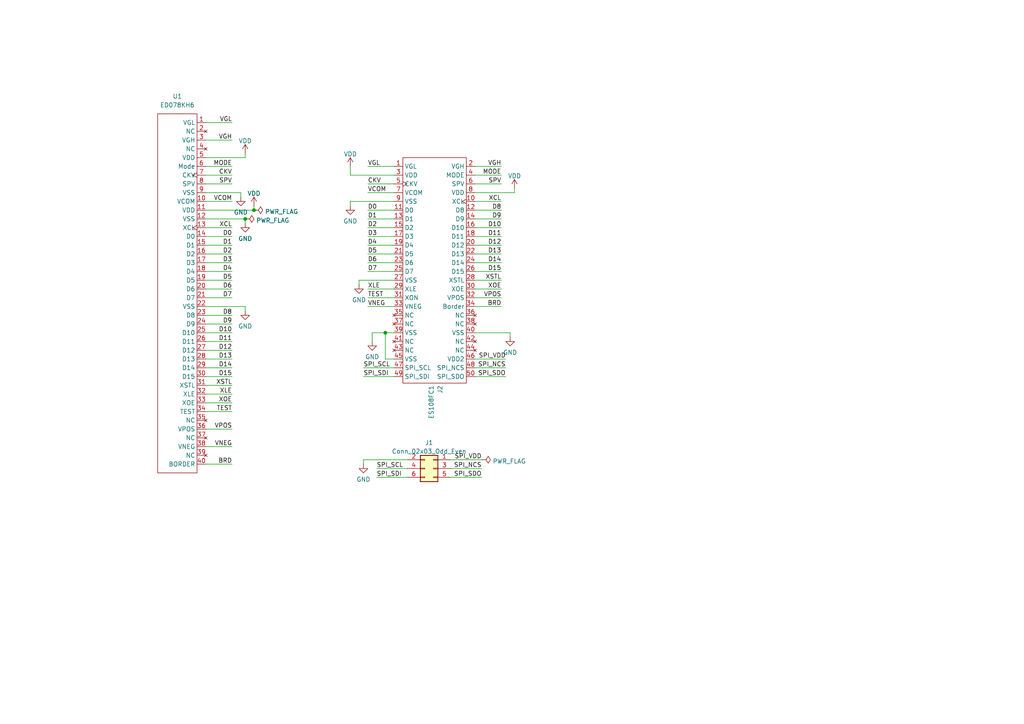
<source format=kicad_sch>
(kicad_sch (version 20230121) (generator eeschema)
  (paper "A4")
  (lib_symbols
    (symbol "Connector_Generic:Conn_02x03_Odd_Even" (pin_names (offset 1.016) hide)
      (property "Reference" "J" (at 1.27 5.08 0))
      (property "Value" "Conn_02x03_Odd_Even" (at 1.27 -5.08 0))
      (symbol "Conn_02x03_Odd_Even_1_1"
        (rectangle (start -1.27 -2.413) (end 0 -2.667) (stroke (width 0.1524)))
        (rectangle (start -1.27 0.127) (end 0 -0.127) (stroke (width 0.1524)))
        (rectangle (start -1.27 2.667) (end 0 2.413) (stroke (width 0.1524)))
        (rectangle (start -1.27 3.81) (end 3.81 -3.81) (stroke (width 0.254)) (fill (type background)))
        (rectangle (start 3.81 -2.413) (end 2.54 -2.667) (stroke (width 0.1524)))
        (rectangle (start 3.81 0.127) (end 2.54 -0.127) (stroke (width 0.1524)))
        (rectangle (start 3.81 2.667) (end 2.54 2.413) (stroke (width 0.1524)))
        (pin passive line (at -5.08 2.54 0) (length 3.81) (name "Pin_1") (number "1"))
        (pin passive line (at 7.62 2.54 180) (length 3.81) (name "Pin_2") (number "2"))
        (pin passive line (at -5.08 0 0) (length 3.81) (name "Pin_3") (number "3"))
        (pin passive line (at 7.62 0 180) (length 3.81) (name "Pin_4") (number "4"))
        (pin passive line (at -5.08 -2.54 0) (length 3.81) (name "Pin_5") (number "5"))
        (pin passive line (at 7.62 -2.54 180) (length 3.81) (name "Pin_6") (number "6"))
      )
    )
    (symbol "epdiy:ED078KH6_REV"
      (property "Reference" "U" (at 5.08 -104.14 0))
      (property "Value" "ED078KH6_REV" (at 7.62 3.81 0))
      (symbol "ED078KH6_REV_0_0"
        (pin power_out line (at 0 0 0) (length 2.54) (name "VGL") (number "1"))
        (pin power_out line (at 0 -22.86 0) (length 2.54) (name "VCOM") (number "10"))
        (pin power_in line (at 0 -25.4 0) (length 2.54) (name "VDD") (number "11"))
        (pin power_in line (at 0 -27.94 0) (length 2.54) (name "VSS") (number "12"))
        (pin output clock (at 0 -30.48 0) (length 2.54) (name "XCL") (number "13"))
        (pin output line (at 0 -33.02 0) (length 2.54) (name "D0") (number "14"))
        (pin output line (at 0 -35.56 0) (length 2.54) (name "D1") (number "15"))
        (pin output line (at 0 -38.1 0) (length 2.54) (name "D2") (number "16"))
        (pin output line (at 0 -40.64 0) (length 2.54) (name "D3") (number "17"))
        (pin output line (at 0 -43.18 0) (length 2.54) (name "D4") (number "18"))
        (pin output line (at 0 -45.72 0) (length 2.54) (name "D5") (number "19"))
        (pin no_connect line (at 0 -2.54 0) (length 2.54) (name "NC") (number "2"))
        (pin output line (at 0 -48.26 0) (length 2.54) (name "D6") (number "20"))
        (pin output line (at 0 -50.8 0) (length 2.54) (name "D7") (number "21"))
        (pin power_in line (at 0 -53.34 0) (length 2.54) (name "VSS") (number "22"))
        (pin output line (at 0 -55.88 0) (length 2.54) (name "D8") (number "23"))
        (pin output line (at 0 -58.42 0) (length 2.54) (name "D9") (number "24"))
        (pin output line (at 0 -60.96 0) (length 2.54) (name "D10") (number "25"))
        (pin output line (at 0 -63.5 0) (length 2.54) (name "D11") (number "26"))
        (pin output line (at 0 -66.04 0) (length 2.54) (name "D12") (number "27"))
        (pin output line (at 0 -68.58 0) (length 2.54) (name "D13") (number "28"))
        (pin output line (at 0 -71.12 0) (length 2.54) (name "D14") (number "29"))
        (pin power_out line (at 0 -5.08 0) (length 2.54) (name "VGH") (number "3"))
        (pin output line (at 0 -73.66 0) (length 2.54) (name "D15") (number "30"))
        (pin output line (at 0 -76.2 0) (length 2.54) (name "XSTL") (number "31"))
        (pin output line (at 0 -78.74 0) (length 2.54) (name "XLE") (number "32"))
        (pin output line (at 0 -81.28 0) (length 2.54) (name "XOE") (number "33"))
        (pin output line (at 0 -83.82 0) (length 2.54) (name "TEST") (number "34"))
        (pin no_connect line (at 0 -86.36 0) (length 2.54) (name "NC") (number "35"))
        (pin power_out line (at 0 -88.9 0) (length 2.54) (name "VPOS") (number "36"))
        (pin no_connect line (at 0 -91.44 0) (length 2.54) (name "NC") (number "37"))
        (pin power_out line (at 0 -93.98 0) (length 2.54) (name "VNEG") (number "38"))
        (pin no_connect line (at 0 -96.52 0) (length 2.54) (name "NC") (number "39"))
        (pin no_connect line (at 0 -7.62 0) (length 2.54) (name "NC") (number "4"))
        (pin power_out line (at 0 -99.06 0) (length 2.54) (name "BORDER") (number "40"))
        (pin power_in line (at 0 -10.16 0) (length 2.54) (name "VDD") (number "5"))
        (pin output line (at 0 -12.7 0) (length 2.54) (name "Mode") (number "6"))
        (pin output clock (at 0 -15.24 0) (length 2.54) (name "CKV") (number "7"))
        (pin output line (at 0 -17.78 0) (length 2.54) (name "SPV") (number "8"))
        (pin power_in line (at 0 -20.32 0) (length 2.54) (name "VSS") (number "9"))
      )
      (symbol "ED078KH6_REV_0_1"
        (rectangle (start 2.54 2.54) (end 13.97 -101.6) (stroke (width 0.1524)))
      )
    )
    (symbol "epdiy:ES108FC1"
      (property "Reference" "J" (at -12.065 8.255 0))
      (property "Value" "ES108FC1" (at -0.635 8.255 0))
      (symbol "ES108FC1_0_0"
        (pin power_in line (at -16.51 3.81 0) (length 2.54) (name "VGL") (number "1"))
        (pin input clock (at 6.985 -6.35 180) (length 2.54) (name "XCL") (number "10"))
        (pin input line (at -16.51 -8.89 0) (length 2.54) (name "D0") (number "11"))
        (pin input line (at 6.985 -8.89 180) (length 2.54) (name "D8") (number "12"))
        (pin input line (at -16.51 -11.43 0) (length 2.54) (name "D1") (number "13"))
        (pin input line (at 6.985 -11.43 180) (length 2.54) (name "D9") (number "14"))
        (pin input line (at -16.51 -13.97 0) (length 2.54) (name "D2") (number "15"))
        (pin input line (at 6.985 -13.97 180) (length 2.54) (name "D10") (number "16"))
        (pin input line (at -16.51 -16.51 0) (length 2.54) (name "D3") (number "17"))
        (pin input line (at 6.985 -16.51 180) (length 2.54) (name "D11") (number "18"))
        (pin input line (at -16.51 -19.05 0) (length 2.54) (name "D4") (number "19"))
        (pin power_in line (at 6.985 3.81 180) (length 2.54) (name "VGH") (number "2"))
        (pin input line (at 6.985 -19.05 180) (length 2.54) (name "D12") (number "20"))
        (pin input line (at -16.51 -21.59 0) (length 2.54) (name "D5") (number "21"))
        (pin input line (at 6.985 -21.59 180) (length 2.54) (name "D13") (number "22"))
        (pin input line (at -16.51 -24.13 0) (length 2.54) (name "D6") (number "23"))
        (pin input line (at 6.985 -24.13 180) (length 2.54) (name "D14") (number "24"))
        (pin input line (at -16.51 -26.67 0) (length 2.54) (name "D7") (number "25"))
        (pin input line (at 6.985 -26.67 180) (length 2.54) (name "D15") (number "26"))
        (pin power_in line (at -16.51 -29.21 0) (length 2.54) (name "VSS") (number "27"))
        (pin input line (at 6.985 -29.21 180) (length 2.54) (name "XSTL") (number "28"))
        (pin input line (at -16.51 -31.75 0) (length 2.54) (name "XLE") (number "29"))
        (pin power_in line (at -16.51 1.27 0) (length 2.54) (name "VDD") (number "3"))
        (pin input line (at 6.985 -31.75 180) (length 2.54) (name "XOE") (number "30"))
        (pin input line (at -16.51 -34.29 0) (length 2.54) (name "XON") (number "31"))
        (pin power_in line (at 6.985 -34.29 180) (length 2.54) (name "VPOS") (number "32"))
        (pin power_in line (at -16.51 -36.83 0) (length 2.54) (name "VNEG") (number "33"))
        (pin power_in line (at 6.985 -36.83 180) (length 2.54) (name "Border") (number "34"))
        (pin no_connect line (at -16.51 -39.37 0) (length 2.54) (name "NC") (number "35"))
        (pin no_connect line (at 6.985 -39.37 180) (length 2.54) (name "NC") (number "36"))
        (pin no_connect line (at -16.51 -41.91 0) (length 2.54) (name "NC") (number "37"))
        (pin no_connect line (at 6.985 -41.91 180) (length 2.54) (name "NC") (number "38"))
        (pin power_in line (at -16.51 -44.45 0) (length 2.54) (name "VSS") (number "39"))
        (pin input line (at 6.985 1.27 180) (length 2.54) (name "MODE") (number "4"))
        (pin power_in line (at 6.985 -44.45 180) (length 2.54) (name "VSS") (number "40"))
        (pin no_connect line (at -16.51 -46.99 0) (length 2.54) (name "NC") (number "41"))
        (pin no_connect line (at 6.985 -46.99 180) (length 2.54) (name "NC") (number "42"))
        (pin no_connect line (at -16.51 -49.53 0) (length 2.54) (name "NC") (number "43"))
        (pin no_connect line (at 6.985 -49.53 180) (length 2.54) (name "NC") (number "44"))
        (pin power_in line (at -16.51 -52.07 0) (length 2.54) (name "VSS") (number "45"))
        (pin power_in line (at 6.985 -52.07 180) (length 2.54) (name "VDD2") (number "46"))
        (pin input line (at -16.51 -54.61 0) (length 2.54) (name "SPI_SCL") (number "47"))
        (pin input line (at 6.985 -54.61 180) (length 2.54) (name "SPI_NCS") (number "48"))
        (pin input line (at -16.51 -57.15 0) (length 2.54) (name "SPI_SDI") (number "49"))
        (pin input clock (at -16.51 -1.27 0) (length 2.54) (name "CKV") (number "5"))
        (pin output line (at 6.985 -57.15 180) (length 2.54) (name "SPI_SDO") (number "50"))
        (pin input line (at 6.985 -1.27 180) (length 2.54) (name "SPV") (number "6"))
        (pin power_in line (at -16.51 -3.81 0) (length 2.54) (name "VCOM") (number "7"))
        (pin power_in line (at 6.985 -3.81 180) (length 2.54) (name "VDD") (number "8"))
        (pin power_in line (at -16.51 -6.35 0) (length 2.54) (name "VSS") (number "9"))
      )
      (symbol "ES108FC1_0_1"
        (rectangle (start -13.97 6.35) (end 4.445 -59.055))
      )
    )
    (symbol "power:GND" (power) (pin_names (offset 0))
      (property "Value" "GND" (at 0 -3.81 0))
      (symbol "GND_0_1"
        (polyline (pts (xy 0 0) (xy 0 -1.27) (xy 1.27 -1.27) (xy 0 -2.54) (xy -1.27 -1.27) (xy 0 -1.27)))
      )
      (symbol "GND_1_1"
        (pin power_in line (at 0 0 270) (length 0) hide (name "GND") (number "1"))
      )
    )
    (symbol "power:PWR_FLAG" (power) (pin_numbers hide) (pin_names (offset 0) hide)
      (property "Value" "PWR_FLAG" (at 0 3.81 0))
      (symbol "PWR_FLAG_0_0"
        (pin power_out line (at 0 0 90) (length 0) (name "pwr") (number "1"))
      )
      (symbol "PWR_FLAG_0_1"
        (polyline (pts (xy 0 0) (xy 0 1.27) (xy -1.016 1.905) (xy 0 2.54) (xy 1.016 1.905) (xy 0 1.27)))
      )
    )
    (symbol "power:VDD" (power) (pin_names (offset 0))
      (property "Value" "VDD" (at 0 3.81 0))
      (symbol "VDD_0_1"
        (polyline (pts (xy -0.762 1.27) (xy 0 2.54)))
        (polyline (pts (xy 0 0) (xy 0 2.54)))
        (polyline (pts (xy 0 2.54) (xy 0.762 1.27)))
      )
      (symbol "VDD_1_1"
        (pin power_in line (at 0 0 90) (length 0) hide (name "VDD") (number "1"))
      )
    )
  )
  (junction (at 73.66 60.96))
  (junction (at 71.12 63.5))
  (junction (at 111.76 96.52))
  (wire (pts (xy 137.795 88.9) (xy 145.415 88.9)))
  (wire (pts (xy 59.69 40.64) (xy 67.31 40.64)))
  (wire (pts (xy 145.415 81.28) (xy 137.795 81.28)))
  (wire (pts (xy 107.95 96.52) (xy 107.95 99.06)))
  (wire (pts (xy 114.3 48.26) (xy 106.68 48.26)))
  (wire (pts (xy 137.795 53.34) (xy 145.415 53.34)))
  (wire (pts (xy 111.76 96.52) (xy 107.95 96.52)))
  (wire (pts (xy 101.6 50.8) (xy 114.3 50.8)))
  (wire (pts (xy 59.69 116.84) (xy 67.31 116.84)))
  (wire (pts (xy 59.69 129.54) (xy 67.31 129.54)))
  (wire (pts (xy 111.76 104.14) (xy 111.76 96.52)))
  (wire (pts (xy 59.69 99.06) (xy 67.31 99.06)))
  (wire (pts (xy 59.69 50.8) (xy 67.31 50.8)))
  (wire (pts (xy 109.22 135.89) (xy 118.11 135.89)))
  (wire (pts (xy 137.795 78.74) (xy 145.415 78.74)))
  (wire (pts (xy 114.3 86.36) (xy 106.68 86.36)))
  (wire (pts (xy 59.69 60.96) (xy 73.66 60.96)))
  (wire (pts (xy 59.69 134.62) (xy 67.31 134.62)))
  (wire (pts (xy 104.14 81.28) (xy 104.14 82.55)))
  (wire (pts (xy 59.69 119.38) (xy 67.31 119.38)))
  (wire (pts (xy 114.3 88.9) (xy 106.68 88.9)))
  (wire (pts (xy 114.3 73.66) (xy 106.68 73.66)))
  (wire (pts (xy 137.795 109.22) (xy 146.685 109.22)))
  (wire (pts (xy 109.22 138.43) (xy 118.11 138.43)))
  (wire (pts (xy 73.66 60.96) (xy 73.66 59.69)))
  (wire (pts (xy 114.3 63.5) (xy 106.68 63.5)))
  (wire (pts (xy 71.12 88.9) (xy 71.12 90.17)))
  (wire (pts (xy 130.81 138.43) (xy 139.7 138.43)))
  (wire (pts (xy 59.69 86.36) (xy 67.31 86.36)))
  (wire (pts (xy 59.69 55.88) (xy 69.85 55.88)))
  (wire (pts (xy 137.795 96.52) (xy 147.955 96.52)))
  (wire (pts (xy 137.795 55.88) (xy 149.225 55.88)))
  (wire (pts (xy 114.3 60.96) (xy 106.68 60.96)))
  (wire (pts (xy 59.69 78.74) (xy 67.31 78.74)))
  (wire (pts (xy 59.69 83.82) (xy 67.31 83.82)))
  (wire (pts (xy 114.3 78.74) (xy 106.68 78.74)))
  (wire (pts (xy 137.795 71.12) (xy 145.415 71.12)))
  (wire (pts (xy 59.69 101.6) (xy 67.31 101.6)))
  (wire (pts (xy 59.69 91.44) (xy 67.31 91.44)))
  (wire (pts (xy 59.69 66.04) (xy 67.31 66.04)))
  (wire (pts (xy 69.85 55.88) (xy 69.85 57.15)))
  (wire (pts (xy 59.69 111.76) (xy 67.31 111.76)))
  (wire (pts (xy 59.69 71.12) (xy 67.31 71.12)))
  (wire (pts (xy 137.795 86.36) (xy 145.415 86.36)))
  (wire (pts (xy 59.69 76.2) (xy 67.31 76.2)))
  (wire (pts (xy 137.795 83.82) (xy 145.415 83.82)))
  (wire (pts (xy 137.795 76.2) (xy 145.415 76.2)))
  (wire (pts (xy 101.6 48.26) (xy 101.6 50.8)))
  (wire (pts (xy 105.41 106.68) (xy 114.3 106.68)))
  (wire (pts (xy 114.3 68.58) (xy 106.68 68.58)))
  (wire (pts (xy 59.69 48.26) (xy 67.31 48.26)))
  (wire (pts (xy 114.3 83.82) (xy 106.68 83.82)))
  (wire (pts (xy 71.12 63.5) (xy 71.12 64.77)))
  (wire (pts (xy 105.41 133.35) (xy 105.41 134.62)))
  (wire (pts (xy 59.69 58.42) (xy 67.31 58.42)))
  (wire (pts (xy 59.69 96.52) (xy 67.31 96.52)))
  (wire (pts (xy 114.3 55.88) (xy 106.68 55.88)))
  (wire (pts (xy 137.795 60.96) (xy 145.415 60.96)))
  (wire (pts (xy 59.69 45.72) (xy 71.12 45.72)))
  (wire (pts (xy 137.795 58.42) (xy 145.415 58.42)))
  (wire (pts (xy 114.3 96.52) (xy 111.76 96.52)))
  (wire (pts (xy 137.795 68.58) (xy 145.415 68.58)))
  (wire (pts (xy 59.69 93.98) (xy 67.31 93.98)))
  (wire (pts (xy 137.795 104.14) (xy 146.685 104.14)))
  (wire (pts (xy 114.3 104.14) (xy 111.76 104.14)))
  (wire (pts (xy 59.69 124.46) (xy 67.31 124.46)))
  (wire (pts (xy 147.955 96.52) (xy 147.955 97.79)))
  (wire (pts (xy 59.69 114.3) (xy 67.31 114.3)))
  (wire (pts (xy 59.69 88.9) (xy 71.12 88.9)))
  (wire (pts (xy 118.11 133.35) (xy 105.41 133.35)))
  (wire (pts (xy 137.795 106.68) (xy 146.685 106.68)))
  (wire (pts (xy 59.69 81.28) (xy 67.31 81.28)))
  (wire (pts (xy 101.6 59.69) (xy 101.6 58.42)))
  (wire (pts (xy 137.795 48.26) (xy 145.415 48.26)))
  (wire (pts (xy 59.69 104.14) (xy 67.31 104.14)))
  (wire (pts (xy 59.69 73.66) (xy 67.31 73.66)))
  (wire (pts (xy 114.3 76.2) (xy 106.68 76.2)))
  (wire (pts (xy 137.795 63.5) (xy 145.415 63.5)))
  (wire (pts (xy 149.225 55.88) (xy 149.225 54.61)))
  (wire (pts (xy 59.69 68.58) (xy 67.31 68.58)))
  (wire (pts (xy 137.795 50.8) (xy 145.415 50.8)))
  (wire (pts (xy 114.3 71.12) (xy 106.68 71.12)))
  (wire (pts (xy 59.69 53.34) (xy 67.31 53.34)))
  (wire (pts (xy 114.3 66.04) (xy 106.68 66.04)))
  (wire (pts (xy 130.81 135.89) (xy 139.7 135.89)))
  (wire (pts (xy 59.69 63.5) (xy 71.12 63.5)))
  (wire (pts (xy 71.12 45.72) (xy 71.12 44.45)))
  (wire (pts (xy 59.69 106.68) (xy 67.31 106.68)))
  (wire (pts (xy 105.41 109.22) (xy 114.3 109.22)))
  (wire (pts (xy 101.6 58.42) (xy 114.3 58.42)))
  (wire (pts (xy 137.795 66.04) (xy 145.415 66.04)))
  (wire (pts (xy 137.795 73.66) (xy 145.415 73.66)))
  (wire (pts (xy 59.69 35.56) (xy 67.31 35.56)))
  (wire (pts (xy 104.14 81.28) (xy 114.3 81.28)))
  (wire (pts (xy 59.69 109.22) (xy 67.31 109.22)))
  (wire (pts (xy 130.81 133.35) (xy 139.7 133.35)))
  (wire (pts (xy 106.68 53.34) (xy 114.3 53.34)))
  (label "VGL" (at 67.31 35.56 180))
  (label "D10" (at 67.31 96.52 180))
  (label "XSTL" (at 145.415 81.28 180))
  (label "SPV" (at 145.415 53.34 180))
  (label "SPI_VDD" (at 146.685 104.14 180))
  (label "VPOS" (at 67.31 124.46 180))
  (label "MODE" (at 67.31 48.26 180))
  (label "D6" (at 67.31 83.82 180))
  (label "SPV" (at 67.31 53.34 180))
  (label "VCOM" (at 106.68 55.88 0))
  (label "XCL" (at 145.415 58.42 180))
  (label "D10" (at 145.415 66.04 180))
  (label "D14" (at 145.415 76.2 180))
  (label "XLE" (at 67.31 114.3 180))
  (label "D0" (at 106.68 60.96 0))
  (label "D7" (at 106.68 78.74 0))
  (label "D11" (at 67.31 99.06 180))
  (label "VCOM" (at 67.31 58.42 180))
  (label "VGL" (at 106.68 48.26 0))
  (label "D13" (at 67.31 104.14 180))
  (label "CKV" (at 106.68 53.34 0))
  (label "VGH" (at 145.415 48.26 180))
  (label "XCL" (at 67.31 66.04 180))
  (label "D9" (at 145.415 63.5 180))
  (label "CKV" (at 67.31 50.8 180))
  (label "SPI_NCS" (at 146.685 106.68 180))
  (label "D1" (at 67.31 71.12 180))
  (label "D15" (at 67.31 109.22 180))
  (label "D15" (at 145.415 78.74 180))
  (label "SPI_SCL" (at 105.41 106.68 0))
  (label "D9" (at 67.31 93.98 180))
  (label "D2" (at 67.31 73.66 180))
  (label "VGH" (at 67.31 40.64 180))
  (label "D1" (at 106.68 63.5 0))
  (label "D13" (at 145.415 73.66 180))
  (label "D3" (at 67.31 76.2 180))
  (label "D14" (at 67.31 106.68 180))
  (label "BRD" (at 67.31 134.62 180))
  (label "VNEG" (at 106.68 88.9 0))
  (label "D5" (at 106.68 73.66 0))
  (label "SPI_SDI" (at 105.41 109.22 0))
  (label "TEST" (at 67.31 119.38 180))
  (label "SPI_SDI" (at 109.22 138.43 0))
  (label "D3" (at 106.68 68.58 0))
  (label "XOE" (at 67.31 116.84 180))
  (label "XSTL" (at 67.31 111.76 180))
  (label "D8" (at 145.415 60.96 180))
  (label "XLE" (at 106.68 83.82 0))
  (label "TEST" (at 106.68 86.36 0))
  (label "SPI_SDO" (at 146.685 109.22 180))
  (label "D12" (at 145.415 71.12 180))
  (label "BRD" (at 145.415 88.9 180))
  (label "D4" (at 106.68 71.12 0))
  (label "XOE" (at 145.415 83.82 180))
  (label "SPI_SDO" (at 139.7 138.43 180))
  (label "D0" (at 67.31 68.58 180))
  (label "D8" (at 67.31 91.44 180))
  (label "D11" (at 145.415 68.58 180))
  (label "D12" (at 67.31 101.6 180))
  (label "MODE" (at 145.415 50.8 180))
  (label "SPI_SCL" (at 109.22 135.89 0))
  (label "D5" (at 67.31 81.28 180))
  (label "VPOS" (at 145.415 86.36 180))
  (label "VNEG" (at 67.31 129.54 180))
  (label "D7" (at 67.31 86.36 180))
  (label "D6" (at 106.68 76.2 0))
  (label "D2" (at 106.68 66.04 0))
  (label "SPI_NCS" (at 139.7 135.89 180))
  (label "SPI_VDD" (at 139.7 133.35 180))
  (label "D4" (at 67.31 78.74 180))
  (symbol (lib_id "power:VDD") (at 101.6 48.26 0) (unit 1)
    (property "Reference" "#PWR0109" (effects hide))
    (property "Value" "VDD" (at 101.6 44.6842 0))
  )
  (symbol (lib_id "power:GND") (at 71.12 90.17 0) (unit 1)
    (property "Reference" "#PWR0105" (effects hide))
    (property "Value" "GND" (at 71.12 94.6134 0))
  )
  (symbol (lib_id "power:GND") (at 101.6 59.69 0) (unit 1)
    (property "Reference" "#PWR0108" (effects hide))
    (property "Value" "GND" (at 101.6 64.1334 0))
  )
  (symbol (lib_id "power:GND") (at 71.12 64.77 0) (unit 1)
    (property "Reference" "#PWR0106" (effects hide))
    (property "Value" "GND" (at 71.12 69.2134 0))
  )
  (symbol (lib_id "power:PWR_FLAG") (at 139.7 133.35 270) (unit 1)
    (property "Reference" "#FLG0103" (effects hide))
    (property "Value" "PWR_FLAG" (at 142.875 133.7838 90) (effects (justify left)))
  )
  (symbol (lib_id "power:VDD") (at 71.12 44.45 0) (unit 1)
    (property "Reference" "#PWR0104" (effects hide))
    (property "Value" "VDD" (at 71.12 40.8742 0))
  )
  (symbol (lib_id "power:GND") (at 69.85 57.15 0) (unit 1)
    (property "Reference" "#PWR0107" (effects hide))
    (property "Value" "GND" (at 69.85 61.5934 0))
  )
  (symbol (lib_id "epdiy:ED078KH6_REV") (at 59.69 35.56 0) (mirror y) (unit 1)
    (property "Reference" "U1" (at 51.435 27.94 0))
    (property "Value" "ED078KH6" (at 51.435 30.48 0))
    (property "Footprint" "epaper-breakout:Hirose_FH12-40S-0.5SH_mirrored" (effects hide))
    (property "LCSC" "C202114" (effects hide))
  )
  (symbol (lib_id "Connector_Generic:Conn_02x03_Odd_Even") (at 125.73 135.89 0) (mirror y) (unit 1)
    (property "Reference" "J1" (at 124.46 128.3802 0))
    (property "Value" "Conn_02x03_Odd_Even" (at 124.46 130.9171 0))
    (property "Footprint" "Connector_PinHeader_2.54mm:PinHeader_2x03_P2.54mm_Vertical" (effects hide))
  )
  (symbol (lib_id "power:GND") (at 147.955 97.79 0) (unit 1)
    (property "Reference" "#PWR0102" (effects hide))
    (property "Value" "GND" (at 147.955 102.2334 0))
  )
  (symbol (lib_id "power:VDD") (at 73.66 59.69 0) (unit 1)
    (property "Reference" "#PWR0103" (effects hide))
    (property "Value" "VDD" (at 73.66 56.1142 0))
  )
  (symbol (lib_id "power:PWR_FLAG") (at 73.66 60.96 270) (unit 1)
    (property "Reference" "#FLG0101" (effects hide))
    (property "Value" "PWR_FLAG" (at 76.835 61.3938 90) (effects (justify left)))
  )
  (symbol (lib_id "power:GND") (at 104.14 82.55 0) (unit 1)
    (property "Reference" "#PWR0110" (effects hide))
    (property "Value" "GND" (at 104.14 86.9934 0))
  )
  (symbol (lib_id "power:PWR_FLAG") (at 71.12 63.5 270) (unit 1)
    (property "Reference" "#FLG0102" (effects hide))
    (property "Value" "PWR_FLAG" (at 74.295 63.9338 90) (effects (justify left)))
  )
  (symbol (lib_id "power:GND") (at 107.95 99.06 0) (unit 1)
    (property "Reference" "#PWR0111" (effects hide))
    (property "Value" "GND" (at 107.95 103.5034 0))
  )
  (symbol (lib_id "power:GND") (at 105.41 134.62 0) (unit 1)
    (property "Reference" "#PWR0112" (effects hide))
    (property "Value" "GND" (at 105.41 139.0634 0))
  )
  (symbol (lib_id "power:VDD") (at 149.225 54.61 0) (unit 1)
    (property "Reference" "#PWR0101" (effects hide))
    (property "Value" "VDD" (at 149.225 51.0342 0))
  )
  (symbol (lib_id "epdiy:ES108FC1") (at 130.81 52.07 0) (unit 1)
    (property "Reference" "J2" (at 127.6351 111.76 90) (effects (justify right)))
    (property "Value" "ES108FC1" (at 125.0951 111.76 90) (effects (justify right)))
    (property "Footprint" "epaper-breakout:ES108FC1" (effects hide))
    (property "LCSC" "C2880696" (effects hide))
  )
)
</source>
